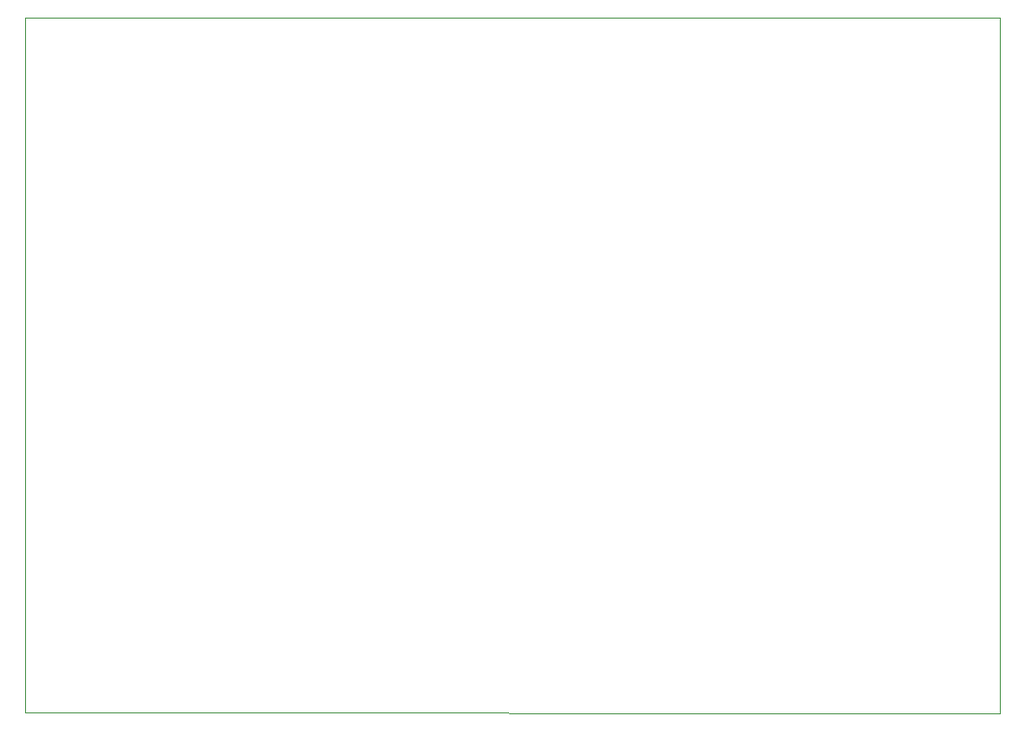
<source format=gbr>
G04 #@! TF.GenerationSoftware,KiCad,Pcbnew,5.99.0-unknown-ae852e1~101~ubuntu18.04.1*
G04 #@! TF.CreationDate,2020-06-05T15:51:04+02:00*
G04 #@! TF.ProjectId,esp_blind,6573705f-626c-4696-9e64-2e6b69636164,rev?*
G04 #@! TF.SameCoordinates,Original*
G04 #@! TF.FileFunction,Profile,NP*
%FSLAX46Y46*%
G04 Gerber Fmt 4.6, Leading zero omitted, Abs format (unit mm)*
G04 Created by KiCad (PCBNEW 5.99.0-unknown-ae852e1~101~ubuntu18.04.1) date 2020-06-05 15:51:04*
%MOMM*%
%LPD*%
G01*
G04 APERTURE LIST*
G04 #@! TA.AperFunction,Profile*
%ADD10C,0.050000*%
G04 #@! TD*
G04 APERTURE END LIST*
D10*
X103987600Y-130124200D02*
X103962200Y-66802000D01*
X192786000Y-130200400D02*
X103987600Y-130124200D01*
X192786000Y-66776600D02*
X192786000Y-130200400D01*
X103962200Y-66802000D02*
X192786000Y-66776600D01*
M02*

</source>
